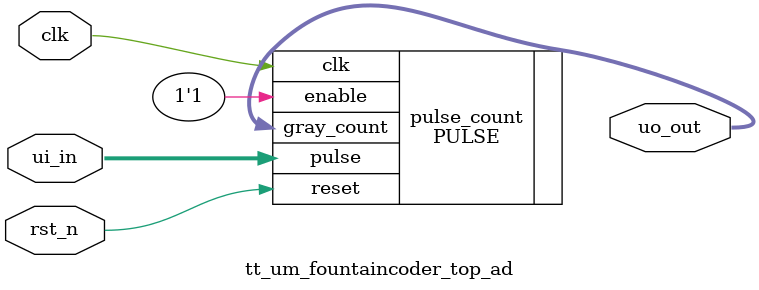
<source format=v>
/*
 * Copyright (c) 2024 Jonny Edwards
 * SPDX-License-Identifier: Apache-2.0
 */

module tt_um_fountaincoder_top_ad (
    input  wire       clk,      // clock
    input  wire [7:0] ui_in,    // Dedicated inputs
    output wire [7:0] uo_out,   // Dedicated outputs
    input  wire       rst_n     // reset_n - low to reset
);

// All output pins must be assigned. If not used, assign to 0.
// assign uio_out = 8'b0;
// assign uio_out = 8'b0;
// assign uio_oe  = 8'b0;

PULSE pulse_count
(
	.clk (clk),
    .enable (1'b1),
    .reset (rst_n), 
    .pulse (ui_in),
	.gray_count (uo_out)
);
endmodule


</source>
